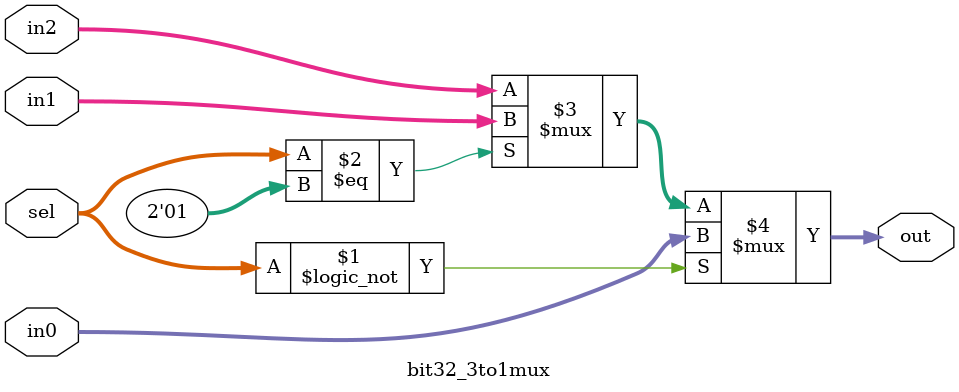
<source format=v>
module bit32_3to1mux(out, sel, in0, in1, in2);
  input [31:0] in0, in1, in2;
  input [1:0] sel;
  output [31:0] out;

  assign out = (sel == 2'b00) ? in0 :
               (sel == 2'b01) ? in1 : in2;
endmodule

</source>
